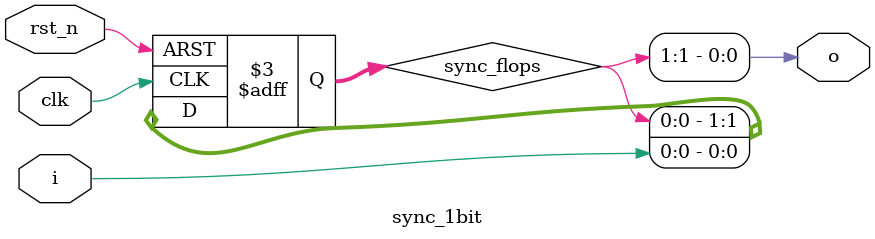
<source format=v>
/**********************************************************************
 * DO WHAT THE FUCK YOU WANT TO AND DON'T BLAME US PUBLIC LICENSE     *
 *                    Version 3, April 2008                           *
 *                                                                    *
 * Copyright (C) 2018 Luke Wren                                       *
 *                                                                    *
 * Everyone is permitted to copy and distribute verbatim or modified  *
 * copies of this license document and accompanying software, and     *
 * changing either is allowed.                                        *
 *                                                                    *
 *   TERMS AND CONDITIONS FOR COPYING, DISTRIBUTION AND MODIFICATION  *
 *                                                                    *
 * 0. You just DO WHAT THE FUCK YOU WANT TO.                          *
 * 1. We're NOT RESPONSIBLE WHEN IT DOESN'T FUCKING WORK.             *
 *                                                                    *
 *********************************************************************/

// A standard 2FF synchronizer; used to mitigate metastabilities as part
// of more-comprehensive async handshakes.
// The implementation provided here is... ok... but you should use
// this wrapper to inject your own FPGA- or library-specific cells.

module sync_1bit #(
    parameter N_STAGES = 2  // Should be >=2
) (
    input  wire clk,
    input  wire rst_n,
    input  wire i,
    output wire o
);

    (* keep = 1'b1 *) reg [N_STAGES-1:0] sync_flops;

    always @(posedge clk or negedge rst_n)
        if (!rst_n) sync_flops <= {N_STAGES{1'b0}};
        else sync_flops <= {sync_flops[N_STAGES-2:0], i};

    assign o = sync_flops[N_STAGES-1];

endmodule

</source>
